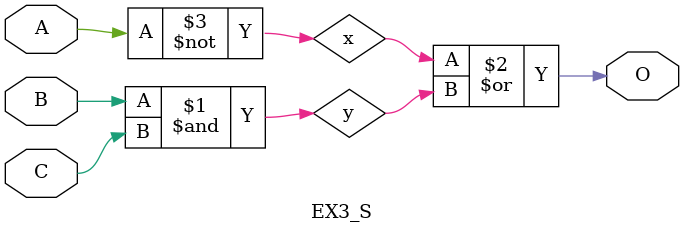
<source format=v>
module EX3_S(A,B,C,O);
	input A;
	input B;
	input C;
	output O;
	wire x;
	wire y;
	not G1(x,A);
	and G2(y,B,C);
	or G3(O,x,y);
endmodule	

</source>
